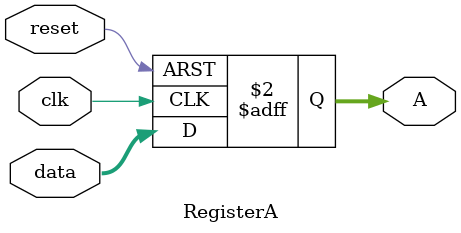
<source format=v>

module RegisterA (
    input wire clk,
    input wire reset,
    input wire [31:0] data,
    output reg [31:0] A
);

always @(posedge clk or posedge reset) begin
    if (reset) begin
        A <= 32'h0;
    end else begin
        A <= data;
    end
end

endmodule

</source>
